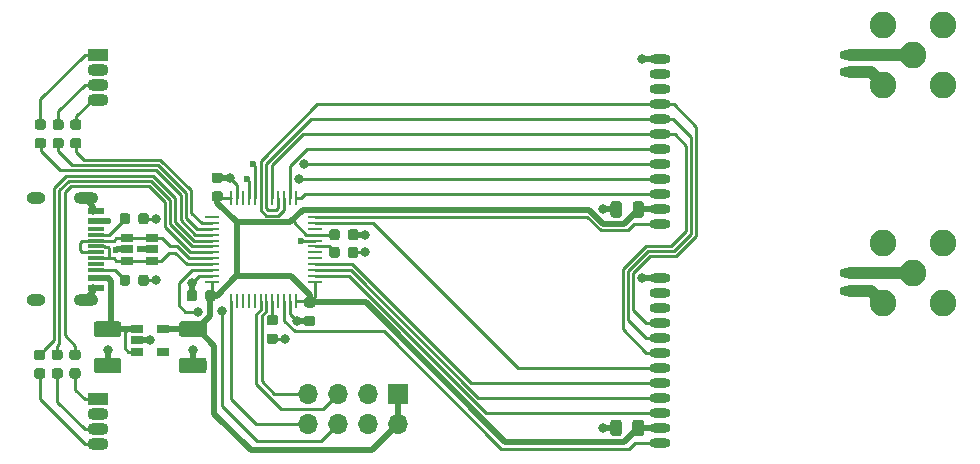
<source format=gbr>
G04 #@! TF.GenerationSoftware,KiCad,Pcbnew,5.1.8-db9833491~87~ubuntu20.04.1*
G04 #@! TF.CreationDate,2020-11-19T11:04:08+01:00*
G04 #@! TF.ProjectId,odie,6f646965-2e6b-4696-9361-645f70636258,v1.0*
G04 #@! TF.SameCoordinates,Original*
G04 #@! TF.FileFunction,Copper,L1,Top*
G04 #@! TF.FilePolarity,Positive*
%FSLAX46Y46*%
G04 Gerber Fmt 4.6, Leading zero omitted, Abs format (unit mm)*
G04 Created by KiCad (PCBNEW 5.1.8-db9833491~87~ubuntu20.04.1) date 2020-11-19 11:04:08*
%MOMM*%
%LPD*%
G01*
G04 APERTURE LIST*
G04 #@! TA.AperFunction,SMDPad,CuDef*
%ADD10R,1.300000X0.250000*%
G04 #@! TD*
G04 #@! TA.AperFunction,SMDPad,CuDef*
%ADD11R,0.250000X1.300000*%
G04 #@! TD*
G04 #@! TA.AperFunction,SMDPad,CuDef*
%ADD12R,1.060000X0.650000*%
G04 #@! TD*
G04 #@! TA.AperFunction,ComponentPad*
%ADD13O,1.800000X1.070000*%
G04 #@! TD*
G04 #@! TA.AperFunction,ComponentPad*
%ADD14R,1.800000X1.070000*%
G04 #@! TD*
G04 #@! TA.AperFunction,ComponentPad*
%ADD15R,1.700000X1.700000*%
G04 #@! TD*
G04 #@! TA.AperFunction,ComponentPad*
%ADD16O,1.700000X1.700000*%
G04 #@! TD*
G04 #@! TA.AperFunction,ComponentPad*
%ADD17C,2.250000*%
G04 #@! TD*
G04 #@! TA.AperFunction,SMDPad,CuDef*
%ADD18R,1.450000X0.600000*%
G04 #@! TD*
G04 #@! TA.AperFunction,SMDPad,CuDef*
%ADD19R,1.450000X0.300000*%
G04 #@! TD*
G04 #@! TA.AperFunction,ComponentPad*
%ADD20O,2.100000X1.000000*%
G04 #@! TD*
G04 #@! TA.AperFunction,ComponentPad*
%ADD21O,1.600000X1.000000*%
G04 #@! TD*
G04 #@! TA.AperFunction,SMDPad,CuDef*
%ADD22O,1.800000X0.800000*%
G04 #@! TD*
G04 #@! TA.AperFunction,ViaPad*
%ADD23C,0.600000*%
G04 #@! TD*
G04 #@! TA.AperFunction,ViaPad*
%ADD24C,0.800000*%
G04 #@! TD*
G04 #@! TA.AperFunction,Conductor*
%ADD25C,0.500000*%
G04 #@! TD*
G04 #@! TA.AperFunction,Conductor*
%ADD26C,0.250000*%
G04 #@! TD*
G04 #@! TA.AperFunction,Conductor*
%ADD27C,1.000000*%
G04 #@! TD*
G04 APERTURE END LIST*
D10*
X145350000Y-116250000D03*
X145350000Y-115750000D03*
X145350000Y-115250000D03*
X145350000Y-114750000D03*
X145350000Y-114250000D03*
X145350000Y-113750000D03*
X145350000Y-113250000D03*
X145350000Y-112750000D03*
X145350000Y-112250000D03*
X145350000Y-111750000D03*
X145350000Y-111250000D03*
X145350000Y-110750000D03*
D11*
X143750000Y-109150000D03*
X143250000Y-109150000D03*
X142750000Y-109150000D03*
X142250000Y-109150000D03*
X141750000Y-109150000D03*
X141250000Y-109150000D03*
X140750000Y-109150000D03*
X140250000Y-109150000D03*
X139750000Y-109150000D03*
X139250000Y-109150000D03*
X138750000Y-109150000D03*
X138250000Y-109150000D03*
D10*
X136650000Y-110750000D03*
X136650000Y-111250000D03*
X136650000Y-111750000D03*
X136650000Y-112250000D03*
X136650000Y-112750000D03*
X136650000Y-113250000D03*
X136650000Y-113750000D03*
X136650000Y-114250000D03*
X136650000Y-114750000D03*
X136650000Y-115250000D03*
X136650000Y-115750000D03*
X136650000Y-116250000D03*
D11*
X138250000Y-117850000D03*
X138750000Y-117850000D03*
X139250000Y-117850000D03*
X139750000Y-117850000D03*
X140250000Y-117850000D03*
X140750000Y-117850000D03*
X141250000Y-117850000D03*
X141750000Y-117850000D03*
X142250000Y-117850000D03*
X142750000Y-117850000D03*
X143250000Y-117850000D03*
X143750000Y-117850000D03*
G04 #@! TA.AperFunction,SMDPad,CuDef*
G36*
G01*
X131275000Y-110643750D02*
X131275000Y-111156250D01*
G75*
G02*
X131056250Y-111375000I-218750J0D01*
G01*
X130618750Y-111375000D01*
G75*
G02*
X130400000Y-111156250I0J218750D01*
G01*
X130400000Y-110643750D01*
G75*
G02*
X130618750Y-110425000I218750J0D01*
G01*
X131056250Y-110425000D01*
G75*
G02*
X131275000Y-110643750I0J-218750D01*
G01*
G37*
G04 #@! TD.AperFunction*
G04 #@! TA.AperFunction,SMDPad,CuDef*
G36*
G01*
X129700000Y-110643750D02*
X129700000Y-111156250D01*
G75*
G02*
X129481250Y-111375000I-218750J0D01*
G01*
X129043750Y-111375000D01*
G75*
G02*
X128825000Y-111156250I0J218750D01*
G01*
X128825000Y-110643750D01*
G75*
G02*
X129043750Y-110425000I218750J0D01*
G01*
X129481250Y-110425000D01*
G75*
G02*
X129700000Y-110643750I0J-218750D01*
G01*
G37*
G04 #@! TD.AperFunction*
G04 #@! TA.AperFunction,SMDPad,CuDef*
G36*
G01*
X126874999Y-122665000D02*
X128725001Y-122665000D01*
G75*
G02*
X128975000Y-122914999I0J-249999D01*
G01*
X128975000Y-123740001D01*
G75*
G02*
X128725001Y-123990000I-249999J0D01*
G01*
X126874999Y-123990000D01*
G75*
G02*
X126625000Y-123740001I0J249999D01*
G01*
X126625000Y-122914999D01*
G75*
G02*
X126874999Y-122665000I249999J0D01*
G01*
G37*
G04 #@! TD.AperFunction*
G04 #@! TA.AperFunction,SMDPad,CuDef*
G36*
G01*
X126874999Y-119590000D02*
X128725001Y-119590000D01*
G75*
G02*
X128975000Y-119839999I0J-249999D01*
G01*
X128975000Y-120665001D01*
G75*
G02*
X128725001Y-120915000I-249999J0D01*
G01*
X126874999Y-120915000D01*
G75*
G02*
X126625000Y-120665001I0J249999D01*
G01*
X126625000Y-119839999D01*
G75*
G02*
X126874999Y-119590000I249999J0D01*
G01*
G37*
G04 #@! TD.AperFunction*
G04 #@! TA.AperFunction,SMDPad,CuDef*
G36*
G01*
X134074999Y-119587500D02*
X135925001Y-119587500D01*
G75*
G02*
X136175000Y-119837499I0J-249999D01*
G01*
X136175000Y-120662501D01*
G75*
G02*
X135925001Y-120912500I-249999J0D01*
G01*
X134074999Y-120912500D01*
G75*
G02*
X133825000Y-120662501I0J249999D01*
G01*
X133825000Y-119837499D01*
G75*
G02*
X134074999Y-119587500I249999J0D01*
G01*
G37*
G04 #@! TD.AperFunction*
G04 #@! TA.AperFunction,SMDPad,CuDef*
G36*
G01*
X134074999Y-122662500D02*
X135925001Y-122662500D01*
G75*
G02*
X136175000Y-122912499I0J-249999D01*
G01*
X136175000Y-123737501D01*
G75*
G02*
X135925001Y-123987500I-249999J0D01*
G01*
X134074999Y-123987500D01*
G75*
G02*
X133825000Y-123737501I0J249999D01*
G01*
X133825000Y-122912499D01*
G75*
G02*
X134074999Y-122662500I249999J0D01*
G01*
G37*
G04 #@! TD.AperFunction*
G04 #@! TA.AperFunction,SMDPad,CuDef*
G36*
G01*
X135370000Y-117153750D02*
X135370000Y-117666250D01*
G75*
G02*
X135151250Y-117885000I-218750J0D01*
G01*
X134713750Y-117885000D01*
G75*
G02*
X134495000Y-117666250I0J218750D01*
G01*
X134495000Y-117153750D01*
G75*
G02*
X134713750Y-116935000I218750J0D01*
G01*
X135151250Y-116935000D01*
G75*
G02*
X135370000Y-117153750I0J-218750D01*
G01*
G37*
G04 #@! TD.AperFunction*
G04 #@! TA.AperFunction,SMDPad,CuDef*
G36*
G01*
X136945000Y-117153750D02*
X136945000Y-117666250D01*
G75*
G02*
X136726250Y-117885000I-218750J0D01*
G01*
X136288750Y-117885000D01*
G75*
G02*
X136070000Y-117666250I0J218750D01*
G01*
X136070000Y-117153750D01*
G75*
G02*
X136288750Y-116935000I218750J0D01*
G01*
X136726250Y-116935000D01*
G75*
G02*
X136945000Y-117153750I0J-218750D01*
G01*
G37*
G04 #@! TD.AperFunction*
G04 #@! TA.AperFunction,SMDPad,CuDef*
G36*
G01*
X144653750Y-117545000D02*
X145166250Y-117545000D01*
G75*
G02*
X145385000Y-117763750I0J-218750D01*
G01*
X145385000Y-118201250D01*
G75*
G02*
X145166250Y-118420000I-218750J0D01*
G01*
X144653750Y-118420000D01*
G75*
G02*
X144435000Y-118201250I0J218750D01*
G01*
X144435000Y-117763750D01*
G75*
G02*
X144653750Y-117545000I218750J0D01*
G01*
G37*
G04 #@! TD.AperFunction*
G04 #@! TA.AperFunction,SMDPad,CuDef*
G36*
G01*
X144653750Y-119120000D02*
X145166250Y-119120000D01*
G75*
G02*
X145385000Y-119338750I0J-218750D01*
G01*
X145385000Y-119776250D01*
G75*
G02*
X145166250Y-119995000I-218750J0D01*
G01*
X144653750Y-119995000D01*
G75*
G02*
X144435000Y-119776250I0J218750D01*
G01*
X144435000Y-119338750D01*
G75*
G02*
X144653750Y-119120000I218750J0D01*
G01*
G37*
G04 #@! TD.AperFunction*
G04 #@! TA.AperFunction,SMDPad,CuDef*
G36*
G01*
X137336250Y-107870000D02*
X136823750Y-107870000D01*
G75*
G02*
X136605000Y-107651250I0J218750D01*
G01*
X136605000Y-107213750D01*
G75*
G02*
X136823750Y-106995000I218750J0D01*
G01*
X137336250Y-106995000D01*
G75*
G02*
X137555000Y-107213750I0J-218750D01*
G01*
X137555000Y-107651250D01*
G75*
G02*
X137336250Y-107870000I-218750J0D01*
G01*
G37*
G04 #@! TD.AperFunction*
G04 #@! TA.AperFunction,SMDPad,CuDef*
G36*
G01*
X137336250Y-109445000D02*
X136823750Y-109445000D01*
G75*
G02*
X136605000Y-109226250I0J218750D01*
G01*
X136605000Y-108788750D01*
G75*
G02*
X136823750Y-108570000I218750J0D01*
G01*
X137336250Y-108570000D01*
G75*
G02*
X137555000Y-108788750I0J-218750D01*
G01*
X137555000Y-109226250D01*
G75*
G02*
X137336250Y-109445000I-218750J0D01*
G01*
G37*
G04 #@! TD.AperFunction*
G04 #@! TA.AperFunction,SMDPad,CuDef*
G36*
G01*
X146575000Y-112506250D02*
X146575000Y-111993750D01*
G75*
G02*
X146793750Y-111775000I218750J0D01*
G01*
X147231250Y-111775000D01*
G75*
G02*
X147450000Y-111993750I0J-218750D01*
G01*
X147450000Y-112506250D01*
G75*
G02*
X147231250Y-112725000I-218750J0D01*
G01*
X146793750Y-112725000D01*
G75*
G02*
X146575000Y-112506250I0J218750D01*
G01*
G37*
G04 #@! TD.AperFunction*
G04 #@! TA.AperFunction,SMDPad,CuDef*
G36*
G01*
X148150000Y-112506250D02*
X148150000Y-111993750D01*
G75*
G02*
X148368750Y-111775000I218750J0D01*
G01*
X148806250Y-111775000D01*
G75*
G02*
X149025000Y-111993750I0J-218750D01*
G01*
X149025000Y-112506250D01*
G75*
G02*
X148806250Y-112725000I-218750J0D01*
G01*
X148368750Y-112725000D01*
G75*
G02*
X148150000Y-112506250I0J218750D01*
G01*
G37*
G04 #@! TD.AperFunction*
G04 #@! TA.AperFunction,SMDPad,CuDef*
G36*
G01*
X146575000Y-114006250D02*
X146575000Y-113493750D01*
G75*
G02*
X146793750Y-113275000I218750J0D01*
G01*
X147231250Y-113275000D01*
G75*
G02*
X147450000Y-113493750I0J-218750D01*
G01*
X147450000Y-114006250D01*
G75*
G02*
X147231250Y-114225000I-218750J0D01*
G01*
X146793750Y-114225000D01*
G75*
G02*
X146575000Y-114006250I0J218750D01*
G01*
G37*
G04 #@! TD.AperFunction*
G04 #@! TA.AperFunction,SMDPad,CuDef*
G36*
G01*
X148150000Y-114006250D02*
X148150000Y-113493750D01*
G75*
G02*
X148368750Y-113275000I218750J0D01*
G01*
X148806250Y-113275000D01*
G75*
G02*
X149025000Y-113493750I0J-218750D01*
G01*
X149025000Y-114006250D01*
G75*
G02*
X148806250Y-114225000I-218750J0D01*
G01*
X148368750Y-114225000D01*
G75*
G02*
X148150000Y-114006250I0J218750D01*
G01*
G37*
G04 #@! TD.AperFunction*
G04 #@! TA.AperFunction,SMDPad,CuDef*
G36*
G01*
X129700000Y-115843750D02*
X129700000Y-116356250D01*
G75*
G02*
X129481250Y-116575000I-218750J0D01*
G01*
X129043750Y-116575000D01*
G75*
G02*
X128825000Y-116356250I0J218750D01*
G01*
X128825000Y-115843750D01*
G75*
G02*
X129043750Y-115625000I218750J0D01*
G01*
X129481250Y-115625000D01*
G75*
G02*
X129700000Y-115843750I0J-218750D01*
G01*
G37*
G04 #@! TD.AperFunction*
G04 #@! TA.AperFunction,SMDPad,CuDef*
G36*
G01*
X131275000Y-115843750D02*
X131275000Y-116356250D01*
G75*
G02*
X131056250Y-116575000I-218750J0D01*
G01*
X130618750Y-116575000D01*
G75*
G02*
X130400000Y-116356250I0J218750D01*
G01*
X130400000Y-115843750D01*
G75*
G02*
X130618750Y-115625000I218750J0D01*
G01*
X131056250Y-115625000D01*
G75*
G02*
X131275000Y-115843750I0J-218750D01*
G01*
G37*
G04 #@! TD.AperFunction*
G04 #@! TA.AperFunction,SMDPad,CuDef*
G36*
G01*
X141493750Y-119045000D02*
X142006250Y-119045000D01*
G75*
G02*
X142225000Y-119263750I0J-218750D01*
G01*
X142225000Y-119701250D01*
G75*
G02*
X142006250Y-119920000I-218750J0D01*
G01*
X141493750Y-119920000D01*
G75*
G02*
X141275000Y-119701250I0J218750D01*
G01*
X141275000Y-119263750D01*
G75*
G02*
X141493750Y-119045000I218750J0D01*
G01*
G37*
G04 #@! TD.AperFunction*
G04 #@! TA.AperFunction,SMDPad,CuDef*
G36*
G01*
X141493750Y-120620000D02*
X142006250Y-120620000D01*
G75*
G02*
X142225000Y-120838750I0J-218750D01*
G01*
X142225000Y-121276250D01*
G75*
G02*
X142006250Y-121495000I-218750J0D01*
G01*
X141493750Y-121495000D01*
G75*
G02*
X141275000Y-121276250I0J218750D01*
G01*
X141275000Y-120838750D01*
G75*
G02*
X141493750Y-120620000I218750J0D01*
G01*
G37*
G04 #@! TD.AperFunction*
G04 #@! TA.AperFunction,SMDPad,CuDef*
G36*
G01*
X122366250Y-104945000D02*
X121853750Y-104945000D01*
G75*
G02*
X121635000Y-104726250I0J218750D01*
G01*
X121635000Y-104288750D01*
G75*
G02*
X121853750Y-104070000I218750J0D01*
G01*
X122366250Y-104070000D01*
G75*
G02*
X122585000Y-104288750I0J-218750D01*
G01*
X122585000Y-104726250D01*
G75*
G02*
X122366250Y-104945000I-218750J0D01*
G01*
G37*
G04 #@! TD.AperFunction*
G04 #@! TA.AperFunction,SMDPad,CuDef*
G36*
G01*
X122366250Y-103370000D02*
X121853750Y-103370000D01*
G75*
G02*
X121635000Y-103151250I0J218750D01*
G01*
X121635000Y-102713750D01*
G75*
G02*
X121853750Y-102495000I218750J0D01*
G01*
X122366250Y-102495000D01*
G75*
G02*
X122585000Y-102713750I0J-218750D01*
G01*
X122585000Y-103151250D01*
G75*
G02*
X122366250Y-103370000I-218750J0D01*
G01*
G37*
G04 #@! TD.AperFunction*
G04 #@! TA.AperFunction,SMDPad,CuDef*
G36*
G01*
X123866250Y-103370000D02*
X123353750Y-103370000D01*
G75*
G02*
X123135000Y-103151250I0J218750D01*
G01*
X123135000Y-102713750D01*
G75*
G02*
X123353750Y-102495000I218750J0D01*
G01*
X123866250Y-102495000D01*
G75*
G02*
X124085000Y-102713750I0J-218750D01*
G01*
X124085000Y-103151250D01*
G75*
G02*
X123866250Y-103370000I-218750J0D01*
G01*
G37*
G04 #@! TD.AperFunction*
G04 #@! TA.AperFunction,SMDPad,CuDef*
G36*
G01*
X123866250Y-104945000D02*
X123353750Y-104945000D01*
G75*
G02*
X123135000Y-104726250I0J218750D01*
G01*
X123135000Y-104288750D01*
G75*
G02*
X123353750Y-104070000I218750J0D01*
G01*
X123866250Y-104070000D01*
G75*
G02*
X124085000Y-104288750I0J-218750D01*
G01*
X124085000Y-104726250D01*
G75*
G02*
X123866250Y-104945000I-218750J0D01*
G01*
G37*
G04 #@! TD.AperFunction*
G04 #@! TA.AperFunction,SMDPad,CuDef*
G36*
G01*
X125366250Y-104945000D02*
X124853750Y-104945000D01*
G75*
G02*
X124635000Y-104726250I0J218750D01*
G01*
X124635000Y-104288750D01*
G75*
G02*
X124853750Y-104070000I218750J0D01*
G01*
X125366250Y-104070000D01*
G75*
G02*
X125585000Y-104288750I0J-218750D01*
G01*
X125585000Y-104726250D01*
G75*
G02*
X125366250Y-104945000I-218750J0D01*
G01*
G37*
G04 #@! TD.AperFunction*
G04 #@! TA.AperFunction,SMDPad,CuDef*
G36*
G01*
X125366250Y-103370000D02*
X124853750Y-103370000D01*
G75*
G02*
X124635000Y-103151250I0J218750D01*
G01*
X124635000Y-102713750D01*
G75*
G02*
X124853750Y-102495000I218750J0D01*
G01*
X125366250Y-102495000D01*
G75*
G02*
X125585000Y-102713750I0J-218750D01*
G01*
X125585000Y-103151250D01*
G75*
G02*
X125366250Y-103370000I-218750J0D01*
G01*
G37*
G04 #@! TD.AperFunction*
G04 #@! TA.AperFunction,SMDPad,CuDef*
G36*
G01*
X124783750Y-123560000D02*
X125296250Y-123560000D01*
G75*
G02*
X125515000Y-123778750I0J-218750D01*
G01*
X125515000Y-124216250D01*
G75*
G02*
X125296250Y-124435000I-218750J0D01*
G01*
X124783750Y-124435000D01*
G75*
G02*
X124565000Y-124216250I0J218750D01*
G01*
X124565000Y-123778750D01*
G75*
G02*
X124783750Y-123560000I218750J0D01*
G01*
G37*
G04 #@! TD.AperFunction*
G04 #@! TA.AperFunction,SMDPad,CuDef*
G36*
G01*
X124783750Y-121985000D02*
X125296250Y-121985000D01*
G75*
G02*
X125515000Y-122203750I0J-218750D01*
G01*
X125515000Y-122641250D01*
G75*
G02*
X125296250Y-122860000I-218750J0D01*
G01*
X124783750Y-122860000D01*
G75*
G02*
X124565000Y-122641250I0J218750D01*
G01*
X124565000Y-122203750D01*
G75*
G02*
X124783750Y-121985000I218750J0D01*
G01*
G37*
G04 #@! TD.AperFunction*
D12*
X130300000Y-120250000D03*
X130300000Y-121200000D03*
X130300000Y-122150000D03*
X132500000Y-122150000D03*
X132500000Y-120250000D03*
X131600000Y-114450000D03*
X131600000Y-113500000D03*
X131600000Y-112550000D03*
X129400000Y-112550000D03*
X129400000Y-114450000D03*
X129400000Y-113500000D03*
D13*
X127000000Y-100810000D03*
X127000000Y-99540000D03*
X127000000Y-98270000D03*
D14*
X127000000Y-97000000D03*
X127000000Y-126200000D03*
D13*
X127000000Y-127470000D03*
X127000000Y-128740000D03*
X127000000Y-130010000D03*
G04 #@! TA.AperFunction,SMDPad,CuDef*
G36*
G01*
X123273750Y-121985000D02*
X123786250Y-121985000D01*
G75*
G02*
X124005000Y-122203750I0J-218750D01*
G01*
X124005000Y-122641250D01*
G75*
G02*
X123786250Y-122860000I-218750J0D01*
G01*
X123273750Y-122860000D01*
G75*
G02*
X123055000Y-122641250I0J218750D01*
G01*
X123055000Y-122203750D01*
G75*
G02*
X123273750Y-121985000I218750J0D01*
G01*
G37*
G04 #@! TD.AperFunction*
G04 #@! TA.AperFunction,SMDPad,CuDef*
G36*
G01*
X123273750Y-123560000D02*
X123786250Y-123560000D01*
G75*
G02*
X124005000Y-123778750I0J-218750D01*
G01*
X124005000Y-124216250D01*
G75*
G02*
X123786250Y-124435000I-218750J0D01*
G01*
X123273750Y-124435000D01*
G75*
G02*
X123055000Y-124216250I0J218750D01*
G01*
X123055000Y-123778750D01*
G75*
G02*
X123273750Y-123560000I218750J0D01*
G01*
G37*
G04 #@! TD.AperFunction*
G04 #@! TA.AperFunction,SMDPad,CuDef*
G36*
G01*
X121783750Y-123560000D02*
X122296250Y-123560000D01*
G75*
G02*
X122515000Y-123778750I0J-218750D01*
G01*
X122515000Y-124216250D01*
G75*
G02*
X122296250Y-124435000I-218750J0D01*
G01*
X121783750Y-124435000D01*
G75*
G02*
X121565000Y-124216250I0J218750D01*
G01*
X121565000Y-123778750D01*
G75*
G02*
X121783750Y-123560000I218750J0D01*
G01*
G37*
G04 #@! TD.AperFunction*
G04 #@! TA.AperFunction,SMDPad,CuDef*
G36*
G01*
X121783750Y-121985000D02*
X122296250Y-121985000D01*
G75*
G02*
X122515000Y-122203750I0J-218750D01*
G01*
X122515000Y-122641250D01*
G75*
G02*
X122296250Y-122860000I-218750J0D01*
G01*
X121783750Y-122860000D01*
G75*
G02*
X121565000Y-122641250I0J218750D01*
G01*
X121565000Y-122203750D01*
G75*
G02*
X121783750Y-121985000I218750J0D01*
G01*
G37*
G04 #@! TD.AperFunction*
G04 #@! TA.AperFunction,SMDPad,CuDef*
G36*
G01*
X173225000Y-109653750D02*
X173225000Y-110566250D01*
G75*
G02*
X172981250Y-110810000I-243750J0D01*
G01*
X172493750Y-110810000D01*
G75*
G02*
X172250000Y-110566250I0J243750D01*
G01*
X172250000Y-109653750D01*
G75*
G02*
X172493750Y-109410000I243750J0D01*
G01*
X172981250Y-109410000D01*
G75*
G02*
X173225000Y-109653750I0J-243750D01*
G01*
G37*
G04 #@! TD.AperFunction*
G04 #@! TA.AperFunction,SMDPad,CuDef*
G36*
G01*
X171350000Y-109653750D02*
X171350000Y-110566250D01*
G75*
G02*
X171106250Y-110810000I-243750J0D01*
G01*
X170618750Y-110810000D01*
G75*
G02*
X170375000Y-110566250I0J243750D01*
G01*
X170375000Y-109653750D01*
G75*
G02*
X170618750Y-109410000I243750J0D01*
G01*
X171106250Y-109410000D01*
G75*
G02*
X171350000Y-109653750I0J-243750D01*
G01*
G37*
G04 #@! TD.AperFunction*
G04 #@! TA.AperFunction,SMDPad,CuDef*
G36*
G01*
X171340000Y-128153750D02*
X171340000Y-129066250D01*
G75*
G02*
X171096250Y-129310000I-243750J0D01*
G01*
X170608750Y-129310000D01*
G75*
G02*
X170365000Y-129066250I0J243750D01*
G01*
X170365000Y-128153750D01*
G75*
G02*
X170608750Y-127910000I243750J0D01*
G01*
X171096250Y-127910000D01*
G75*
G02*
X171340000Y-128153750I0J-243750D01*
G01*
G37*
G04 #@! TD.AperFunction*
G04 #@! TA.AperFunction,SMDPad,CuDef*
G36*
G01*
X173215000Y-128153750D02*
X173215000Y-129066250D01*
G75*
G02*
X172971250Y-129310000I-243750J0D01*
G01*
X172483750Y-129310000D01*
G75*
G02*
X172240000Y-129066250I0J243750D01*
G01*
X172240000Y-128153750D01*
G75*
G02*
X172483750Y-127910000I243750J0D01*
G01*
X172971250Y-127910000D01*
G75*
G02*
X173215000Y-128153750I0J-243750D01*
G01*
G37*
G04 #@! TD.AperFunction*
D15*
X152390000Y-125730000D03*
D16*
X152390000Y-128270000D03*
X149850000Y-125730000D03*
X149850000Y-128270000D03*
X147310000Y-125730000D03*
X147310000Y-128270000D03*
X144770000Y-125730000D03*
X144770000Y-128270000D03*
D17*
X196000000Y-97000000D03*
X193460000Y-99540000D03*
X198540000Y-99540000D03*
X198540000Y-94460000D03*
X193460000Y-94460000D03*
X193460000Y-112960000D03*
X198540000Y-112960000D03*
X198540000Y-118040000D03*
X193460000Y-118040000D03*
X196000000Y-115500000D03*
D18*
X126845000Y-116750000D03*
X126845000Y-115950000D03*
X126845000Y-111050000D03*
X126845000Y-110250000D03*
X126845000Y-110250000D03*
X126845000Y-111050000D03*
X126845000Y-115950000D03*
X126845000Y-116750000D03*
D19*
X126845000Y-111750000D03*
X126845000Y-112250000D03*
X126845000Y-112750000D03*
X126845000Y-113750000D03*
X126845000Y-114250000D03*
X126845000Y-114750000D03*
X126845000Y-115250000D03*
X126845000Y-113250000D03*
D20*
X125930000Y-117820000D03*
X125930000Y-109180000D03*
D21*
X121750000Y-109180000D03*
X121750000Y-117820000D03*
D22*
X190650000Y-98500000D03*
X190650000Y-97000000D03*
X174550000Y-111375000D03*
X174550000Y-110105000D03*
X174550000Y-108835000D03*
X174550000Y-107565000D03*
X174550000Y-106295000D03*
X174550000Y-105025000D03*
X174550000Y-103755000D03*
X174550000Y-102485000D03*
X174550000Y-101215000D03*
X174550000Y-99945000D03*
X174550000Y-98675000D03*
X174550000Y-97405000D03*
X174550000Y-115905000D03*
X174550000Y-117175000D03*
X174550000Y-118445000D03*
X174550000Y-119715000D03*
X174550000Y-120985000D03*
X174550000Y-122255000D03*
X174550000Y-123525000D03*
X174550000Y-124795000D03*
X174550000Y-126065000D03*
X174550000Y-127335000D03*
X174550000Y-128605000D03*
X174550000Y-129875000D03*
X190650000Y-115500000D03*
X190650000Y-117000000D03*
D23*
X130530002Y-113500000D03*
D24*
X127800000Y-122050000D03*
X135000000Y-122050000D03*
X138160000Y-107439998D03*
X143830000Y-119560000D03*
X134930000Y-116330000D03*
X149600000Y-112250000D03*
X149600000Y-113750000D03*
D23*
X144200000Y-112750000D03*
D24*
X173050000Y-115905000D03*
X173040000Y-97405000D03*
X131430000Y-121190000D03*
X131880000Y-116099998D03*
X131880000Y-110890000D03*
X169770001Y-128610000D03*
X169772641Y-110107357D03*
X142840000Y-121050000D03*
D23*
X127800000Y-111100000D03*
X127800000Y-115900000D03*
X128520011Y-113577490D03*
D24*
X137510000Y-118740000D03*
X135470000Y-118770000D03*
D23*
X140124990Y-106295000D03*
D24*
X144469996Y-106300000D03*
D23*
X139624990Y-107565000D03*
D24*
X143980000Y-107559998D03*
D25*
X131600000Y-113500000D02*
X130530002Y-113500000D01*
X127800000Y-123325000D02*
X127800000Y-122050000D01*
X135000000Y-123327500D02*
X135000000Y-122050000D01*
X138152502Y-107432500D02*
X138160000Y-107439998D01*
X137080000Y-107432500D02*
X138152502Y-107432500D01*
D26*
X138750000Y-108029998D02*
X138160000Y-107439998D01*
X138750000Y-109150000D02*
X138750000Y-108029998D01*
X143832500Y-119557500D02*
X143830000Y-119560000D01*
D25*
X144910000Y-119557500D02*
X143832500Y-119557500D01*
D26*
X143250000Y-118980000D02*
X143830000Y-119560000D01*
X143250000Y-117850000D02*
X143250000Y-118980000D01*
X134930000Y-117407500D02*
X134932500Y-117410000D01*
D25*
X134930000Y-116330000D02*
X134930000Y-117407500D01*
D26*
X135510000Y-115750000D02*
X134930000Y-116330000D01*
X136650000Y-115750000D02*
X135510000Y-115750000D01*
X148587500Y-113750000D02*
X149600000Y-113750000D01*
D25*
X148587500Y-112250000D02*
X149600000Y-112250000D01*
D26*
X145350000Y-112750000D02*
X144200000Y-112750000D01*
D27*
X192420000Y-117000000D02*
X193460000Y-118040000D01*
X190650000Y-117000000D02*
X192420000Y-117000000D01*
X192420000Y-98500000D02*
X193460000Y-99540000D01*
X190650000Y-98500000D02*
X192420000Y-98500000D01*
D25*
X174550000Y-97405000D02*
X173040000Y-97405000D01*
X174550000Y-115905000D02*
X173050000Y-115905000D01*
D26*
X131420000Y-121200000D02*
X131430000Y-121190000D01*
D25*
X130300000Y-121200000D02*
X131420000Y-121200000D01*
D26*
X131879998Y-116100000D02*
X131880000Y-116099998D01*
X130837500Y-116100000D02*
X131879998Y-116100000D01*
X131870000Y-110900000D02*
X131880000Y-110890000D01*
X130837500Y-110900000D02*
X131870000Y-110900000D01*
D25*
X170852500Y-128610000D02*
X169770001Y-128610000D01*
X170862500Y-110110000D02*
X169775284Y-110110000D01*
X169775284Y-110110000D02*
X169772641Y-110107357D01*
X126590000Y-109880000D02*
X125890000Y-109180000D01*
X126590000Y-110300000D02*
X126590000Y-109880000D01*
X126590000Y-117120000D02*
X125890000Y-117820000D01*
X126590000Y-116700000D02*
X126590000Y-117120000D01*
D26*
X142832500Y-121057500D02*
X142840000Y-121050000D01*
X141750000Y-121057500D02*
X142832500Y-121057500D01*
X130297500Y-120252500D02*
X130300000Y-120250000D01*
D25*
X127800000Y-120252500D02*
X130297500Y-120252500D01*
D26*
X129520000Y-120250000D02*
X130300000Y-120250000D01*
X129240000Y-120530000D02*
X129520000Y-120250000D01*
X130300000Y-122150000D02*
X129520000Y-122150000D01*
X129240000Y-121870000D02*
X129240000Y-120530000D01*
X129520000Y-122150000D02*
X129240000Y-121870000D01*
D25*
X126590000Y-111100000D02*
X127800000Y-111100000D01*
X126590000Y-115900000D02*
X127800000Y-115900000D01*
X129400000Y-113500000D02*
X128597501Y-113500000D01*
X128597501Y-113500000D02*
X128520011Y-113577490D01*
X128099999Y-116199999D02*
X128099999Y-119952501D01*
X128099999Y-119952501D02*
X127800000Y-120252500D01*
X127800000Y-115900000D02*
X128099999Y-116199999D01*
D26*
X145350000Y-116250000D02*
X145350000Y-117537500D01*
X144687500Y-117850000D02*
X144862500Y-118025000D01*
X143750000Y-117850000D02*
X144687500Y-117850000D01*
X145350000Y-117537500D02*
X144862500Y-118025000D01*
X136650000Y-117267500D02*
X136507500Y-117410000D01*
X136650000Y-116250000D02*
X136650000Y-117267500D01*
D25*
X138750000Y-115750000D02*
X143250000Y-115750000D01*
X138750000Y-111250000D02*
X138750000Y-115750000D01*
D26*
X143300000Y-115750000D02*
X143250000Y-115750000D01*
D25*
X144910000Y-117982500D02*
X144910000Y-117360000D01*
X144910000Y-117360000D02*
X143300000Y-115750000D01*
D26*
X138700000Y-115750000D02*
X138750000Y-115750000D01*
D25*
X136507500Y-117410000D02*
X137040000Y-117410000D01*
X137040000Y-117410000D02*
X138700000Y-115750000D01*
X136507500Y-117410000D02*
X136507500Y-119152500D01*
X135410000Y-120250000D02*
X136507500Y-119152500D01*
X135000000Y-120250000D02*
X135410000Y-120250000D01*
X133280000Y-120250000D02*
X135000000Y-120250000D01*
X132500000Y-120250000D02*
X133280000Y-120250000D01*
D26*
X137222500Y-109150000D02*
X137080000Y-109007500D01*
X138250000Y-109150000D02*
X137222500Y-109150000D01*
X138750000Y-111215000D02*
X138750000Y-111250000D01*
D25*
X137080000Y-109545000D02*
X138750000Y-111215000D01*
X137080000Y-109007500D02*
X137080000Y-109545000D01*
D26*
X145350000Y-112250000D02*
X147012500Y-112250000D01*
X144595004Y-112250000D02*
X145350000Y-112250000D01*
X143560004Y-111215000D02*
X144595004Y-112250000D01*
X172732500Y-128605000D02*
X172727500Y-128610000D01*
D25*
X174550000Y-128605000D02*
X172732500Y-128605000D01*
X161470000Y-129800000D02*
X171537500Y-129800000D01*
X144910000Y-117982500D02*
X149652500Y-117982500D01*
X171537500Y-129800000D02*
X172727500Y-128610000D01*
X149652500Y-117982500D02*
X161470000Y-129800000D01*
D26*
X172742500Y-110105000D02*
X172737500Y-110110000D01*
D25*
X174550000Y-110105000D02*
X172742500Y-110105000D01*
X172181263Y-110666237D02*
X172737500Y-110110000D01*
X143275000Y-111215000D02*
X144370000Y-110120000D01*
X138750000Y-111215000D02*
X143275000Y-111215000D01*
X171537500Y-111310000D02*
X172181263Y-110666237D01*
X144370000Y-110120000D02*
X168583188Y-110120000D01*
X168583188Y-110120000D02*
X169773188Y-111310000D01*
X169773188Y-111310000D02*
X171537500Y-111310000D01*
X152390000Y-126830000D02*
X152390000Y-128270000D01*
X152390000Y-125730000D02*
X152390000Y-126830000D01*
D26*
X135000000Y-120250000D02*
X135530000Y-120250000D01*
D25*
X136850000Y-127410000D02*
X139920000Y-130480000D01*
X136850000Y-121640000D02*
X136850000Y-127410000D01*
X135530000Y-120250000D02*
X135530000Y-120320000D01*
X150180000Y-130480000D02*
X152390000Y-128270000D01*
X139920000Y-130480000D02*
X150180000Y-130480000D01*
X135530000Y-120320000D02*
X136850000Y-121640000D01*
D26*
X122110000Y-102395000D02*
X122110000Y-102932500D01*
X122110000Y-100740000D02*
X122110000Y-102395000D01*
X125850000Y-97000000D02*
X122110000Y-100740000D01*
X127000000Y-97000000D02*
X125850000Y-97000000D01*
X125040000Y-124535000D02*
X125040000Y-123997500D01*
X125040000Y-125390000D02*
X125040000Y-124535000D01*
X125850000Y-126200000D02*
X125040000Y-125390000D01*
X127000000Y-126200000D02*
X125850000Y-126200000D01*
X128412500Y-115250000D02*
X129262500Y-116100000D01*
X126590000Y-115250000D02*
X128412500Y-115250000D01*
X131600000Y-114450000D02*
X129400000Y-114450000D01*
X133030000Y-113760000D02*
X133520000Y-113760000D01*
X134510000Y-114750000D02*
X136650000Y-114750000D01*
X133520000Y-113760000D02*
X134510000Y-114750000D01*
X131600000Y-114450000D02*
X132340000Y-114450000D01*
X132340000Y-114450000D02*
X133030000Y-113760000D01*
X128520000Y-114450000D02*
X129400000Y-114450000D01*
X127830001Y-113274999D02*
X127895001Y-113339999D01*
X127515000Y-114250000D02*
X128320000Y-114250000D01*
X127830001Y-114225001D02*
X127539999Y-114225001D01*
X128320000Y-114250000D02*
X128520000Y-114450000D01*
X127539999Y-113274999D02*
X127830001Y-113274999D01*
X127895001Y-114160001D02*
X127830001Y-114225001D01*
X126590000Y-113250000D02*
X127515000Y-113250000D01*
X127515000Y-113250000D02*
X127539999Y-113274999D01*
X127539999Y-114225001D02*
X127515000Y-114250000D01*
X127895001Y-113339999D02*
X127895001Y-114160001D01*
X129400000Y-112550000D02*
X131600000Y-112550000D01*
X133070000Y-113250000D02*
X132370000Y-112550000D01*
X133670000Y-113250000D02*
X133070000Y-113250000D01*
X136650000Y-114250000D02*
X134670000Y-114250000D01*
X132370000Y-112550000D02*
X131600000Y-112550000D01*
X134670000Y-114250000D02*
X133670000Y-113250000D01*
X126590000Y-112750000D02*
X128350000Y-112750000D01*
X128550000Y-112550000D02*
X129400000Y-112550000D01*
X128350000Y-112750000D02*
X128550000Y-112550000D01*
X125665000Y-113750000D02*
X126590000Y-113750000D01*
X125480000Y-113565000D02*
X125665000Y-113750000D01*
X125480000Y-112935000D02*
X125480000Y-113565000D01*
X126590000Y-112750000D02*
X125665000Y-112750000D01*
X125665000Y-112750000D02*
X125480000Y-112935000D01*
X127912500Y-112250000D02*
X129262500Y-110900000D01*
X126590000Y-112250000D02*
X127912500Y-112250000D01*
X133979989Y-108876398D02*
X131903560Y-106799969D01*
X133979989Y-111010759D02*
X133979989Y-108876398D01*
X136650000Y-112250000D02*
X135219230Y-112250000D01*
X122140000Y-104537500D02*
X122110000Y-104507500D01*
X122140000Y-105170000D02*
X122140000Y-104537500D01*
X131903560Y-106799969D02*
X123769969Y-106799969D01*
X123769969Y-106799969D02*
X122140000Y-105170000D01*
X135219230Y-112250000D02*
X133979989Y-111010759D01*
X123610000Y-105160000D02*
X123610000Y-104969112D01*
X136650000Y-111750000D02*
X135360000Y-111750000D01*
X134430000Y-110820000D02*
X134430000Y-108689998D01*
X135360000Y-111750000D02*
X134430000Y-110820000D01*
X134430000Y-108689998D02*
X132089957Y-106349959D01*
X124799959Y-106349959D02*
X123610000Y-105160000D01*
X123610000Y-104969112D02*
X123610000Y-104507500D01*
X132089957Y-106349959D02*
X124799959Y-106349959D01*
X125040000Y-121640000D02*
X125040000Y-122422500D01*
X132629956Y-111569956D02*
X132629956Y-109489956D01*
X136650000Y-113750000D02*
X134810000Y-113750000D01*
X124680000Y-108150000D02*
X124160000Y-108670000D01*
X124160000Y-108670000D02*
X124160000Y-120760000D01*
X132629956Y-109489956D02*
X131290000Y-108150000D01*
X124160000Y-120760000D02*
X125040000Y-121640000D01*
X131290000Y-108150000D02*
X124680000Y-108150000D01*
X134810000Y-113750000D02*
X132629956Y-111569956D01*
X123709989Y-121530011D02*
X123530000Y-121710000D01*
X134946410Y-113250000D02*
X133079967Y-111383557D01*
X123709989Y-108483600D02*
X123709989Y-121530011D01*
X123530000Y-121885000D02*
X123530000Y-122422500D01*
X133079967Y-109303556D02*
X131476400Y-107699989D01*
X136650000Y-113250000D02*
X134946410Y-113250000D01*
X123530000Y-121710000D02*
X123530000Y-121885000D01*
X133079967Y-111383557D02*
X133079967Y-109303556D01*
X131476400Y-107699989D02*
X124493600Y-107699989D01*
X124493600Y-107699989D02*
X123709989Y-108483600D01*
X125110000Y-102395000D02*
X125110000Y-102932500D01*
X125110000Y-102240000D02*
X125110000Y-102395000D01*
X127000000Y-100810000D02*
X126540000Y-100810000D01*
X126540000Y-100810000D02*
X125110000Y-102240000D01*
X123610000Y-102395000D02*
X123610000Y-102932500D01*
X123610000Y-101780000D02*
X123610000Y-102395000D01*
X125850000Y-99540000D02*
X123610000Y-101780000D01*
X127000000Y-99540000D02*
X125850000Y-99540000D01*
X123530000Y-124535000D02*
X123530000Y-123997500D01*
X123530000Y-126420000D02*
X123530000Y-124535000D01*
X125850000Y-128740000D02*
X123530000Y-126420000D01*
X127000000Y-128740000D02*
X125850000Y-128740000D01*
X122040000Y-124535000D02*
X122040000Y-123997500D01*
X122040000Y-126200000D02*
X122040000Y-124535000D01*
X125850000Y-130010000D02*
X122040000Y-126200000D01*
X127000000Y-130010000D02*
X125850000Y-130010000D01*
X125110000Y-105240000D02*
X125110000Y-104507500D01*
X134880011Y-108503599D02*
X132266412Y-105890000D01*
X132266412Y-105890000D02*
X125760000Y-105890000D01*
X125760000Y-105890000D02*
X125110000Y-105240000D01*
X134880011Y-110380011D02*
X134880011Y-108503599D01*
X135750000Y-111250000D02*
X134880011Y-110380011D01*
X136650000Y-111250000D02*
X135750000Y-111250000D01*
X136650000Y-112750000D02*
X135082820Y-112750000D01*
X122501612Y-121960888D02*
X122040000Y-122422500D01*
X133529978Y-111197158D02*
X133529978Y-109117156D01*
X133529978Y-109117156D02*
X131662800Y-107249978D01*
X123259978Y-108297200D02*
X123259978Y-121202522D01*
X131662800Y-107249978D02*
X124307200Y-107249978D01*
X124307200Y-107249978D02*
X123259978Y-108297200D01*
X123259978Y-121202522D02*
X122501612Y-121960888D01*
X135082820Y-112750000D02*
X133529978Y-111197158D01*
X141750000Y-117850000D02*
X141750000Y-119482500D01*
X146512500Y-113250000D02*
X147012500Y-113750000D01*
X145350000Y-113250000D02*
X146512500Y-113250000D01*
D27*
X190650000Y-97000000D02*
X196000000Y-97000000D01*
X190650000Y-115500000D02*
X196000000Y-115500000D01*
D26*
X140750000Y-117850000D02*
X140750000Y-118593590D01*
X146460001Y-126579999D02*
X147310000Y-125730000D01*
X146050000Y-126990000D02*
X146460001Y-126579999D01*
X142503589Y-126990000D02*
X146050000Y-126990000D01*
X140380000Y-124866411D02*
X142503589Y-126990000D01*
X140380000Y-118963589D02*
X140380000Y-124866411D01*
X140750000Y-118593590D02*
X140380000Y-118963589D01*
X134360000Y-118770000D02*
X135470000Y-118770000D01*
X133820000Y-118230000D02*
X134360000Y-118770000D01*
X133820000Y-116340000D02*
X133820000Y-118230000D01*
X136650000Y-115250000D02*
X134910000Y-115250000D01*
X134910000Y-115250000D02*
X133820000Y-116340000D01*
X146460001Y-129119999D02*
X147310000Y-128270000D01*
X145880000Y-129700000D02*
X146460001Y-129119999D01*
X140470000Y-129700000D02*
X145880000Y-129700000D01*
X137510000Y-118740000D02*
X137510000Y-126740000D01*
X137510000Y-126740000D02*
X140470000Y-129700000D01*
X141880000Y-125730000D02*
X144770000Y-125730000D01*
X140830011Y-124680011D02*
X141880000Y-125730000D01*
X141250000Y-118730000D02*
X140830011Y-119149989D01*
X141250000Y-117850000D02*
X141250000Y-118730000D01*
X140830011Y-119149989D02*
X140830011Y-124680011D01*
X140380000Y-128270000D02*
X144770000Y-128270000D01*
X138250000Y-117850000D02*
X138250000Y-126140000D01*
X138250000Y-126140000D02*
X140380000Y-128270000D01*
X150240000Y-111250000D02*
X145350000Y-111250000D01*
X174550000Y-123525000D02*
X162515000Y-123525000D01*
X162515000Y-123525000D02*
X150240000Y-111250000D01*
X143250000Y-106436996D02*
X143250000Y-108250000D01*
X174550000Y-105025000D02*
X144661996Y-105025000D01*
X143250000Y-108250000D02*
X143250000Y-109150000D01*
X144661996Y-105025000D02*
X143250000Y-106436996D01*
X142750000Y-110050000D02*
X142750000Y-109150000D01*
X142750000Y-110146413D02*
X142750000Y-110050000D01*
X142266413Y-110630000D02*
X142750000Y-110146413D01*
X141233587Y-110630000D02*
X142266413Y-110630000D01*
X140750000Y-109150000D02*
X140750000Y-110146413D01*
X140750000Y-110146413D02*
X141233587Y-110630000D01*
X173365000Y-119715000D02*
X174550000Y-119715000D01*
X172310022Y-118660022D02*
X173365000Y-119715000D01*
X177650000Y-112370000D02*
X175930000Y-114090000D01*
X175930000Y-114090000D02*
X173732820Y-114090000D01*
X174550000Y-101215000D02*
X175735000Y-101215000D01*
X175735000Y-101215000D02*
X177650000Y-103130000D01*
X177650000Y-103130000D02*
X177650000Y-112370000D01*
X173732820Y-114090000D02*
X172310022Y-115512798D01*
X172310022Y-115512798D02*
X172310022Y-118660022D01*
X140750000Y-108316411D02*
X140750000Y-109150000D01*
X140750000Y-106032820D02*
X140750000Y-108316411D01*
X145567820Y-101215000D02*
X140750000Y-106032820D01*
X174550000Y-101215000D02*
X145567820Y-101215000D01*
X142250000Y-110010002D02*
X142250000Y-109150000D01*
X142080002Y-110180000D02*
X142250000Y-110010002D01*
X141419998Y-110180000D02*
X142080002Y-110180000D01*
X141250000Y-109150000D02*
X141250000Y-110010002D01*
X141250000Y-110010002D02*
X141419998Y-110180000D01*
X174550000Y-120985000D02*
X173400000Y-120985000D01*
X171860011Y-115326398D02*
X173546420Y-113639989D01*
X171860011Y-119445011D02*
X171860011Y-115326398D01*
X177199989Y-103984989D02*
X175700000Y-102485000D01*
X177199989Y-112183601D02*
X177199989Y-103984989D01*
X175700000Y-102485000D02*
X174550000Y-102485000D01*
X173400000Y-120985000D02*
X171860011Y-119445011D01*
X175743601Y-113639989D02*
X177199989Y-112183601D01*
X173546420Y-113639989D02*
X175743601Y-113639989D01*
X174550000Y-102485000D02*
X144988589Y-102485000D01*
X141250000Y-108452822D02*
X141250000Y-109150000D01*
X141250000Y-106223589D02*
X141250000Y-108452822D01*
X144988589Y-102485000D02*
X141250000Y-106223589D01*
X173400000Y-122255000D02*
X174550000Y-122255000D01*
X171410000Y-120265000D02*
X173400000Y-122255000D01*
X174550000Y-103755000D02*
X175805000Y-103755000D01*
X171410000Y-115139998D02*
X171410000Y-120265000D01*
X175805000Y-103755000D02*
X176749978Y-104699978D01*
X176749978Y-104699978D02*
X176749978Y-111920022D01*
X173360020Y-113189978D02*
X171410000Y-115139998D01*
X176749978Y-111920022D02*
X175480022Y-113189978D01*
X175480022Y-113189978D02*
X173360020Y-113189978D01*
X141750022Y-109149978D02*
X141750000Y-109150000D01*
X144355000Y-103755000D02*
X141750022Y-106359978D01*
X174550000Y-103755000D02*
X144355000Y-103755000D01*
X141750022Y-106359978D02*
X141750022Y-109149978D01*
X159818188Y-127335000D02*
X148233188Y-115750000D01*
X174550000Y-127335000D02*
X159818188Y-127335000D01*
X146250000Y-115750000D02*
X145350000Y-115750000D01*
X148233188Y-115750000D02*
X146250000Y-115750000D01*
X145350000Y-115250000D02*
X148369598Y-115250000D01*
X173400000Y-126065000D02*
X174550000Y-126065000D01*
X159184598Y-126065000D02*
X173400000Y-126065000D01*
X148369598Y-115250000D02*
X159184598Y-126065000D01*
X146250000Y-114750000D02*
X145350000Y-114750000D01*
X158551008Y-124795000D02*
X148506008Y-114750000D01*
X174550000Y-124795000D02*
X158551008Y-124795000D01*
X148506008Y-114750000D02*
X146250000Y-114750000D01*
X146250000Y-110750000D02*
X145350000Y-110750000D01*
X168400000Y-110750000D02*
X146250000Y-110750000D01*
X169540000Y-111890000D02*
X168400000Y-110750000D01*
X171830000Y-111890000D02*
X169540000Y-111890000D01*
X174550000Y-111375000D02*
X172345000Y-111375000D01*
X172345000Y-111375000D02*
X171830000Y-111890000D01*
X144190000Y-109150000D02*
X143750000Y-109150000D01*
X174550000Y-108835000D02*
X144505000Y-108835000D01*
X144505000Y-108835000D02*
X144190000Y-109150000D01*
X174550000Y-106295000D02*
X175050000Y-106295000D01*
X140229990Y-106400000D02*
X140124990Y-106295000D01*
X140230000Y-106400000D02*
X140229990Y-106400000D01*
X140250000Y-109150000D02*
X140250000Y-106420000D01*
X140250000Y-106420000D02*
X140230000Y-106400000D01*
X144474996Y-106295000D02*
X144469996Y-106300000D01*
X174550000Y-106295000D02*
X144474996Y-106295000D01*
X139750000Y-109150000D02*
X139750000Y-107690010D01*
X139750000Y-107690010D02*
X139624990Y-107565000D01*
X143985002Y-107565000D02*
X143980000Y-107559998D01*
X174550000Y-107565000D02*
X143985002Y-107565000D01*
X142750000Y-119530000D02*
X142750000Y-117850000D01*
X172415000Y-129875000D02*
X171910000Y-130380000D01*
X174550000Y-129875000D02*
X172415000Y-129875000D01*
X151180000Y-120430000D02*
X143650000Y-120430000D01*
X171910000Y-130380000D02*
X161130000Y-130380000D01*
X161130000Y-130380000D02*
X151180000Y-120430000D01*
X143650000Y-120430000D02*
X142750000Y-119530000D01*
M02*

</source>
